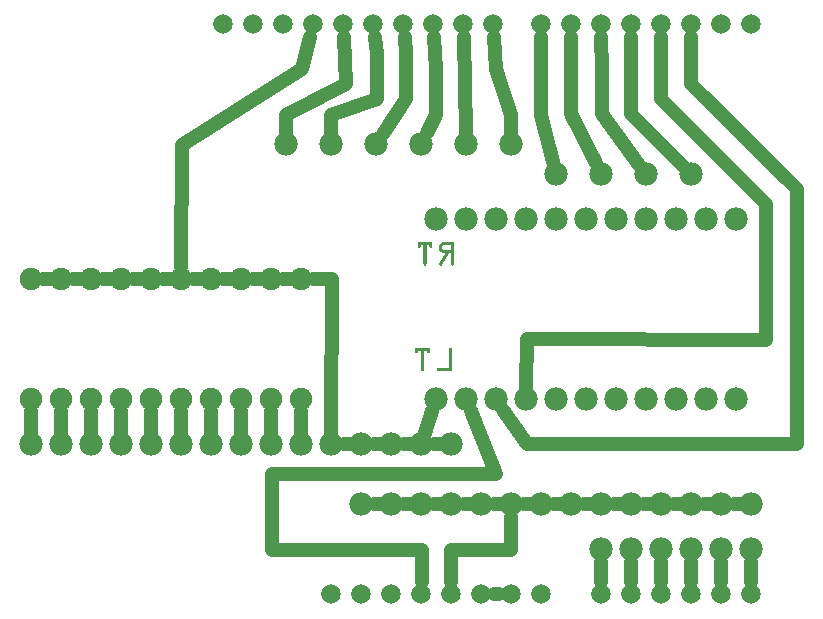
<source format=gbl>
G04 MADE WITH FRITZING*
G04 WWW.FRITZING.ORG*
G04 DOUBLE SIDED*
G04 HOLES PLATED*
G04 CONTOUR ON CENTER OF CONTOUR VECTOR*
%ASAXBY*%
%FSLAX23Y23*%
%MOIN*%
%OFA0B0*%
%SFA1.0B1.0*%
%ADD10C,0.075000*%
%ADD11C,0.078000*%
%ADD12C,0.065278*%
%ADD13C,0.048000*%
%ADD14R,0.001000X0.001000*%
%LNCOPPER0*%
G90*
G70*
G54D10*
X1009Y1154D03*
X1009Y754D03*
G54D11*
X959Y1604D03*
X2509Y254D03*
X2409Y254D03*
G54D10*
X609Y1154D03*
X609Y754D03*
X909Y1154D03*
X909Y754D03*
X809Y1154D03*
X809Y754D03*
X709Y1154D03*
X709Y754D03*
X509Y1154D03*
X509Y754D03*
X409Y1154D03*
X409Y754D03*
X309Y1154D03*
X309Y754D03*
X209Y1154D03*
X209Y754D03*
X109Y1154D03*
X109Y754D03*
G54D11*
X2309Y254D03*
X2209Y254D03*
X2109Y254D03*
X2009Y254D03*
X1109Y1604D03*
X1259Y1604D03*
X1409Y1604D03*
X1559Y1604D03*
X1709Y1604D03*
X1859Y1504D03*
X2009Y1504D03*
X2159Y1504D03*
X2309Y1504D03*
X109Y604D03*
X209Y604D03*
X309Y604D03*
X409Y604D03*
X509Y604D03*
X609Y604D03*
X709Y604D03*
X809Y604D03*
X909Y604D03*
X1009Y604D03*
X1109Y604D03*
X1209Y604D03*
X1309Y604D03*
X1409Y604D03*
X1509Y604D03*
X2509Y404D03*
X2409Y404D03*
X2309Y404D03*
X2209Y404D03*
X2109Y404D03*
X2009Y404D03*
X1909Y404D03*
X1809Y404D03*
X1709Y404D03*
X1609Y404D03*
X1509Y404D03*
X1409Y404D03*
X1309Y404D03*
X1209Y404D03*
X2459Y1354D03*
X2359Y1354D03*
X2259Y1354D03*
X2159Y1354D03*
X2059Y1354D03*
X1959Y1354D03*
X1859Y1354D03*
X1759Y1354D03*
X1659Y1354D03*
X1559Y1354D03*
X1459Y1354D03*
X1459Y754D03*
X1559Y754D03*
X1659Y754D03*
X1759Y754D03*
X1859Y754D03*
X1959Y754D03*
X2059Y754D03*
X2159Y754D03*
X2259Y754D03*
X2359Y754D03*
X2459Y754D03*
G54D12*
X2109Y104D03*
X2209Y104D03*
X2309Y104D03*
X2409Y104D03*
X2509Y104D03*
X1649Y2004D03*
X1549Y2004D03*
X1449Y2004D03*
X1349Y2004D03*
X1249Y2004D03*
X1149Y2004D03*
X1049Y2004D03*
X949Y2004D03*
X849Y2004D03*
X749Y2004D03*
X2509Y2004D03*
X2409Y2004D03*
X2309Y2004D03*
X2209Y2004D03*
X2109Y2004D03*
X2009Y2004D03*
X1909Y2004D03*
X1809Y2004D03*
X1209Y104D03*
X1109Y104D03*
X1309Y104D03*
X1409Y104D03*
X1509Y104D03*
X1609Y104D03*
X1709Y104D03*
X1809Y104D03*
X2009Y104D03*
G54D13*
X1468Y604D02*
X1451Y604D01*
D02*
X509Y714D02*
X509Y645D01*
D02*
X209Y714D02*
X209Y645D01*
D02*
X709Y714D02*
X709Y645D01*
D02*
X109Y645D02*
X109Y714D01*
D02*
X409Y714D02*
X409Y645D01*
D02*
X609Y714D02*
X609Y645D01*
D02*
X809Y714D02*
X809Y645D01*
D02*
X309Y714D02*
X309Y645D01*
D02*
X909Y714D02*
X909Y645D01*
D02*
X1410Y253D02*
X1410Y146D01*
D02*
X910Y253D02*
X1410Y253D01*
D02*
X910Y505D02*
X910Y253D01*
D02*
X1658Y505D02*
X910Y505D01*
D02*
X1575Y715D02*
X1658Y505D01*
D02*
X959Y1702D02*
X959Y1645D01*
D02*
X1158Y1804D02*
X959Y1702D01*
D02*
X1151Y1961D02*
X1158Y1804D01*
D02*
X611Y1602D02*
X1011Y1854D01*
D02*
X1011Y1854D02*
X1039Y1963D01*
D02*
X609Y1194D02*
X611Y1602D01*
D02*
X2409Y146D02*
X2409Y213D01*
D02*
X2509Y146D02*
X2509Y213D01*
D02*
X949Y1154D02*
X970Y1154D01*
D02*
X1009Y645D02*
X1009Y714D01*
D02*
X1110Y1155D02*
X1049Y1154D01*
D02*
X1109Y645D02*
X1110Y1155D01*
D02*
X1446Y715D02*
X1422Y643D01*
D02*
X1268Y604D02*
X1251Y604D01*
D02*
X1168Y604D02*
X1151Y604D01*
D02*
X1368Y604D02*
X1351Y604D01*
D02*
X1468Y404D02*
X1451Y404D01*
D02*
X1368Y404D02*
X1351Y404D01*
D02*
X1268Y404D02*
X1251Y404D01*
D02*
X2108Y1704D02*
X2109Y1961D01*
D02*
X2280Y1533D02*
X2108Y1704D01*
D02*
X2010Y1855D02*
X2009Y1961D01*
D02*
X2010Y1704D02*
X2010Y1855D01*
D02*
X2135Y1537D02*
X2010Y1704D01*
D02*
X1908Y1855D02*
X1909Y1961D01*
D02*
X1908Y1704D02*
X1908Y1855D01*
D02*
X1991Y1541D02*
X1908Y1704D01*
D02*
X1809Y1855D02*
X1809Y1961D01*
D02*
X1809Y1702D02*
X1809Y1855D01*
D02*
X1849Y1544D02*
X1809Y1702D01*
D02*
X1658Y1855D02*
X1652Y1961D01*
D02*
X1708Y1702D02*
X1658Y1855D01*
D02*
X1709Y1645D02*
X1708Y1702D01*
D02*
X1558Y1645D02*
X1550Y1961D01*
D02*
X1458Y1855D02*
X1452Y1961D01*
D02*
X1459Y1702D02*
X1458Y1855D01*
D02*
X1428Y1641D02*
X1459Y1702D01*
D02*
X1359Y1904D02*
X1354Y1962D01*
D02*
X1358Y1755D02*
X1359Y1904D01*
D02*
X1282Y1638D02*
X1358Y1755D01*
D02*
X1109Y1702D02*
X1109Y1645D01*
D02*
X1260Y1755D02*
X1109Y1702D01*
D02*
X1261Y1904D02*
X1260Y1755D01*
D02*
X1254Y1962D02*
X1261Y1904D01*
D02*
X1652Y104D02*
X1667Y104D01*
D02*
X1508Y253D02*
X1509Y146D01*
D02*
X1708Y253D02*
X1508Y253D01*
D02*
X1709Y363D02*
X1708Y253D01*
D02*
X2309Y213D02*
X2309Y146D01*
D02*
X2209Y213D02*
X2209Y146D01*
D02*
X149Y1154D02*
X170Y1154D01*
D02*
X249Y1154D02*
X270Y1154D01*
D02*
X349Y1154D02*
X370Y1154D01*
D02*
X449Y1154D02*
X470Y1154D01*
D02*
X549Y1154D02*
X570Y1154D01*
D02*
X649Y1154D02*
X670Y1154D01*
D02*
X749Y1154D02*
X770Y1154D01*
D02*
X849Y1154D02*
X870Y1154D01*
D02*
X1551Y404D02*
X1568Y404D01*
D02*
X1651Y404D02*
X1668Y404D01*
D02*
X1768Y404D02*
X1751Y404D01*
D02*
X1868Y404D02*
X1851Y404D01*
D02*
X1968Y404D02*
X1951Y404D01*
D02*
X2068Y404D02*
X2051Y404D01*
D02*
X2168Y404D02*
X2151Y404D01*
D02*
X2268Y404D02*
X2251Y404D01*
D02*
X2368Y404D02*
X2351Y404D01*
D02*
X2468Y404D02*
X2451Y404D01*
D02*
X2009Y146D02*
X2009Y213D01*
D02*
X2109Y146D02*
X2109Y213D01*
D02*
X2558Y953D02*
X2558Y1405D01*
D02*
X2558Y1405D02*
X2208Y1755D01*
D02*
X2208Y1755D02*
X2209Y1961D01*
D02*
X1760Y955D02*
X2558Y953D01*
D02*
X1759Y795D02*
X1760Y955D01*
D02*
X2660Y604D02*
X2660Y1454D01*
D02*
X2660Y1454D02*
X2308Y1805D01*
D02*
X2308Y1805D02*
X2309Y1961D01*
D02*
X1760Y604D02*
X2660Y604D01*
D02*
X1682Y720D02*
X1760Y604D01*
G54D14*
X1397Y1278D02*
X1445Y1278D01*
X1483Y1278D02*
X1517Y1278D01*
X1397Y1277D02*
X1445Y1277D01*
X1478Y1277D02*
X1518Y1277D01*
X1397Y1276D02*
X1445Y1276D01*
X1477Y1276D02*
X1518Y1276D01*
X1397Y1275D02*
X1445Y1275D01*
X1475Y1275D02*
X1518Y1275D01*
X1397Y1274D02*
X1445Y1274D01*
X1474Y1274D02*
X1518Y1274D01*
X1397Y1273D02*
X1445Y1273D01*
X1473Y1273D02*
X1518Y1273D01*
X1397Y1272D02*
X1445Y1272D01*
X1472Y1272D02*
X1518Y1272D01*
X1397Y1271D02*
X1445Y1271D01*
X1471Y1271D02*
X1518Y1271D01*
X1397Y1270D02*
X1445Y1270D01*
X1471Y1270D02*
X1518Y1270D01*
X1397Y1269D02*
X1445Y1269D01*
X1470Y1269D02*
X1518Y1269D01*
X1397Y1268D02*
X1445Y1268D01*
X1470Y1268D02*
X1518Y1268D01*
X1397Y1267D02*
X1406Y1267D01*
X1416Y1267D02*
X1426Y1267D01*
X1436Y1267D02*
X1445Y1267D01*
X1469Y1267D02*
X1480Y1267D01*
X1508Y1267D02*
X1518Y1267D01*
X1397Y1266D02*
X1406Y1266D01*
X1416Y1266D02*
X1426Y1266D01*
X1436Y1266D02*
X1445Y1266D01*
X1469Y1266D02*
X1479Y1266D01*
X1508Y1266D02*
X1518Y1266D01*
X1397Y1265D02*
X1406Y1265D01*
X1416Y1265D02*
X1426Y1265D01*
X1436Y1265D02*
X1445Y1265D01*
X1469Y1265D02*
X1478Y1265D01*
X1508Y1265D02*
X1518Y1265D01*
X1397Y1264D02*
X1406Y1264D01*
X1416Y1264D02*
X1426Y1264D01*
X1436Y1264D02*
X1445Y1264D01*
X1469Y1264D02*
X1478Y1264D01*
X1508Y1264D02*
X1518Y1264D01*
X1397Y1263D02*
X1405Y1263D01*
X1416Y1263D02*
X1426Y1263D01*
X1437Y1263D02*
X1445Y1263D01*
X1469Y1263D02*
X1478Y1263D01*
X1508Y1263D02*
X1518Y1263D01*
X1397Y1262D02*
X1405Y1262D01*
X1416Y1262D02*
X1426Y1262D01*
X1437Y1262D02*
X1445Y1262D01*
X1469Y1262D02*
X1478Y1262D01*
X1508Y1262D02*
X1518Y1262D01*
X1398Y1261D02*
X1404Y1261D01*
X1416Y1261D02*
X1426Y1261D01*
X1438Y1261D02*
X1444Y1261D01*
X1469Y1261D02*
X1478Y1261D01*
X1508Y1261D02*
X1518Y1261D01*
X1399Y1260D02*
X1403Y1260D01*
X1416Y1260D02*
X1426Y1260D01*
X1439Y1260D02*
X1442Y1260D01*
X1469Y1260D02*
X1478Y1260D01*
X1508Y1260D02*
X1518Y1260D01*
X1416Y1259D02*
X1426Y1259D01*
X1469Y1259D02*
X1478Y1259D01*
X1508Y1259D02*
X1518Y1259D01*
X1416Y1258D02*
X1426Y1258D01*
X1469Y1258D02*
X1478Y1258D01*
X1508Y1258D02*
X1518Y1258D01*
X1416Y1257D02*
X1426Y1257D01*
X1469Y1257D02*
X1478Y1257D01*
X1508Y1257D02*
X1518Y1257D01*
X1416Y1256D02*
X1426Y1256D01*
X1469Y1256D02*
X1478Y1256D01*
X1508Y1256D02*
X1518Y1256D01*
X1416Y1255D02*
X1426Y1255D01*
X1469Y1255D02*
X1479Y1255D01*
X1508Y1255D02*
X1518Y1255D01*
X1416Y1254D02*
X1426Y1254D01*
X1469Y1254D02*
X1480Y1254D01*
X1508Y1254D02*
X1518Y1254D01*
X1416Y1253D02*
X1426Y1253D01*
X1470Y1253D02*
X1481Y1253D01*
X1508Y1253D02*
X1518Y1253D01*
X1416Y1252D02*
X1426Y1252D01*
X1470Y1252D02*
X1518Y1252D01*
X1416Y1251D02*
X1426Y1251D01*
X1470Y1251D02*
X1518Y1251D01*
X1416Y1250D02*
X1426Y1250D01*
X1471Y1250D02*
X1518Y1250D01*
X1416Y1249D02*
X1426Y1249D01*
X1472Y1249D02*
X1518Y1249D01*
X1416Y1248D02*
X1426Y1248D01*
X1472Y1248D02*
X1518Y1248D01*
X1416Y1247D02*
X1426Y1247D01*
X1473Y1247D02*
X1518Y1247D01*
X1416Y1246D02*
X1426Y1246D01*
X1475Y1246D02*
X1518Y1246D01*
X1416Y1245D02*
X1426Y1245D01*
X1476Y1245D02*
X1518Y1245D01*
X1416Y1244D02*
X1426Y1244D01*
X1478Y1244D02*
X1518Y1244D01*
X1416Y1243D02*
X1426Y1243D01*
X1480Y1243D02*
X1518Y1243D01*
X1416Y1242D02*
X1426Y1242D01*
X1490Y1242D02*
X1500Y1242D01*
X1508Y1242D02*
X1518Y1242D01*
X1416Y1241D02*
X1426Y1241D01*
X1489Y1241D02*
X1500Y1241D01*
X1508Y1241D02*
X1518Y1241D01*
X1416Y1240D02*
X1426Y1240D01*
X1488Y1240D02*
X1499Y1240D01*
X1508Y1240D02*
X1518Y1240D01*
X1416Y1239D02*
X1426Y1239D01*
X1488Y1239D02*
X1499Y1239D01*
X1508Y1239D02*
X1518Y1239D01*
X1416Y1238D02*
X1426Y1238D01*
X1487Y1238D02*
X1498Y1238D01*
X1508Y1238D02*
X1518Y1238D01*
X1416Y1237D02*
X1426Y1237D01*
X1487Y1237D02*
X1497Y1237D01*
X1508Y1237D02*
X1518Y1237D01*
X1416Y1236D02*
X1426Y1236D01*
X1486Y1236D02*
X1497Y1236D01*
X1508Y1236D02*
X1518Y1236D01*
X1416Y1235D02*
X1426Y1235D01*
X1485Y1235D02*
X1496Y1235D01*
X1508Y1235D02*
X1518Y1235D01*
X1416Y1234D02*
X1426Y1234D01*
X1485Y1234D02*
X1496Y1234D01*
X1508Y1234D02*
X1518Y1234D01*
X1416Y1233D02*
X1426Y1233D01*
X1484Y1233D02*
X1495Y1233D01*
X1508Y1233D02*
X1518Y1233D01*
X1416Y1232D02*
X1426Y1232D01*
X1484Y1232D02*
X1494Y1232D01*
X1508Y1232D02*
X1518Y1232D01*
X1416Y1231D02*
X1426Y1231D01*
X1483Y1231D02*
X1494Y1231D01*
X1508Y1231D02*
X1518Y1231D01*
X1416Y1230D02*
X1426Y1230D01*
X1483Y1230D02*
X1493Y1230D01*
X1508Y1230D02*
X1518Y1230D01*
X1416Y1229D02*
X1426Y1229D01*
X1482Y1229D02*
X1493Y1229D01*
X1508Y1229D02*
X1518Y1229D01*
X1416Y1228D02*
X1426Y1228D01*
X1481Y1228D02*
X1492Y1228D01*
X1508Y1228D02*
X1518Y1228D01*
X1416Y1227D02*
X1426Y1227D01*
X1481Y1227D02*
X1492Y1227D01*
X1508Y1227D02*
X1518Y1227D01*
X1416Y1226D02*
X1426Y1226D01*
X1480Y1226D02*
X1491Y1226D01*
X1508Y1226D02*
X1518Y1226D01*
X1416Y1225D02*
X1426Y1225D01*
X1480Y1225D02*
X1490Y1225D01*
X1508Y1225D02*
X1518Y1225D01*
X1416Y1224D02*
X1426Y1224D01*
X1479Y1224D02*
X1490Y1224D01*
X1508Y1224D02*
X1518Y1224D01*
X1416Y1223D02*
X1426Y1223D01*
X1478Y1223D02*
X1489Y1223D01*
X1508Y1223D02*
X1518Y1223D01*
X1416Y1222D02*
X1426Y1222D01*
X1478Y1222D02*
X1489Y1222D01*
X1508Y1222D02*
X1518Y1222D01*
X1416Y1221D02*
X1426Y1221D01*
X1477Y1221D02*
X1488Y1221D01*
X1508Y1221D02*
X1518Y1221D01*
X1416Y1220D02*
X1426Y1220D01*
X1477Y1220D02*
X1487Y1220D01*
X1508Y1220D02*
X1518Y1220D01*
X1416Y1219D02*
X1426Y1219D01*
X1476Y1219D02*
X1487Y1219D01*
X1508Y1219D02*
X1518Y1219D01*
X1416Y1218D02*
X1426Y1218D01*
X1476Y1218D02*
X1486Y1218D01*
X1508Y1218D02*
X1518Y1218D01*
X1416Y1217D02*
X1426Y1217D01*
X1475Y1217D02*
X1486Y1217D01*
X1508Y1217D02*
X1518Y1217D01*
X1416Y1216D02*
X1426Y1216D01*
X1474Y1216D02*
X1485Y1216D01*
X1508Y1216D02*
X1518Y1216D01*
X1416Y1215D02*
X1426Y1215D01*
X1474Y1215D02*
X1485Y1215D01*
X1508Y1215D02*
X1518Y1215D01*
X1416Y1214D02*
X1426Y1214D01*
X1473Y1214D02*
X1484Y1214D01*
X1508Y1214D02*
X1518Y1214D01*
X1416Y1213D02*
X1426Y1213D01*
X1473Y1213D02*
X1483Y1213D01*
X1508Y1213D02*
X1518Y1213D01*
X1416Y1212D02*
X1426Y1212D01*
X1472Y1212D02*
X1483Y1212D01*
X1508Y1212D02*
X1518Y1212D01*
X1416Y1211D02*
X1426Y1211D01*
X1471Y1211D02*
X1482Y1211D01*
X1508Y1211D02*
X1518Y1211D01*
X1416Y1210D02*
X1426Y1210D01*
X1471Y1210D02*
X1482Y1210D01*
X1508Y1210D02*
X1518Y1210D01*
X1416Y1209D02*
X1426Y1209D01*
X1470Y1209D02*
X1481Y1209D01*
X1508Y1209D02*
X1518Y1209D01*
X1416Y1208D02*
X1426Y1208D01*
X1470Y1208D02*
X1480Y1208D01*
X1508Y1208D02*
X1518Y1208D01*
X1416Y1207D02*
X1426Y1207D01*
X1469Y1207D02*
X1480Y1207D01*
X1508Y1207D02*
X1518Y1207D01*
X1416Y1206D02*
X1426Y1206D01*
X1469Y1206D02*
X1479Y1206D01*
X1508Y1206D02*
X1518Y1206D01*
X1416Y1205D02*
X1425Y1205D01*
X1469Y1205D02*
X1479Y1205D01*
X1509Y1205D02*
X1518Y1205D01*
X1417Y1204D02*
X1425Y1204D01*
X1469Y1204D02*
X1478Y1204D01*
X1509Y1204D02*
X1517Y1204D01*
X1417Y1203D02*
X1425Y1203D01*
X1469Y1203D02*
X1478Y1203D01*
X1509Y1203D02*
X1517Y1203D01*
X1418Y1202D02*
X1424Y1202D01*
X1470Y1202D02*
X1477Y1202D01*
X1510Y1202D02*
X1516Y1202D01*
X1419Y1201D02*
X1423Y1201D01*
X1471Y1201D02*
X1476Y1201D01*
X1511Y1201D02*
X1515Y1201D01*
X1389Y926D02*
X1438Y926D01*
X1504Y926D02*
X1508Y926D01*
X1389Y925D02*
X1438Y925D01*
X1503Y925D02*
X1509Y925D01*
X1389Y924D02*
X1438Y924D01*
X1502Y924D02*
X1510Y924D01*
X1389Y923D02*
X1438Y923D01*
X1502Y923D02*
X1510Y923D01*
X1389Y922D02*
X1438Y922D01*
X1501Y922D02*
X1510Y922D01*
X1389Y921D02*
X1438Y921D01*
X1501Y921D02*
X1510Y921D01*
X1389Y920D02*
X1438Y920D01*
X1501Y920D02*
X1510Y920D01*
X1389Y919D02*
X1438Y919D01*
X1501Y919D02*
X1510Y919D01*
X1389Y918D02*
X1438Y918D01*
X1501Y918D02*
X1510Y918D01*
X1389Y917D02*
X1438Y917D01*
X1501Y917D02*
X1510Y917D01*
X1389Y916D02*
X1399Y916D01*
X1409Y916D02*
X1418Y916D01*
X1429Y916D02*
X1438Y916D01*
X1501Y916D02*
X1510Y916D01*
X1389Y915D02*
X1399Y915D01*
X1409Y915D02*
X1418Y915D01*
X1429Y915D02*
X1438Y915D01*
X1501Y915D02*
X1510Y915D01*
X1389Y914D02*
X1399Y914D01*
X1409Y914D02*
X1418Y914D01*
X1429Y914D02*
X1438Y914D01*
X1501Y914D02*
X1510Y914D01*
X1390Y913D02*
X1398Y913D01*
X1409Y913D02*
X1418Y913D01*
X1429Y913D02*
X1438Y913D01*
X1501Y913D02*
X1510Y913D01*
X1390Y912D02*
X1398Y912D01*
X1409Y912D02*
X1418Y912D01*
X1429Y912D02*
X1438Y912D01*
X1501Y912D02*
X1510Y912D01*
X1390Y911D02*
X1398Y911D01*
X1409Y911D02*
X1418Y911D01*
X1430Y911D02*
X1438Y911D01*
X1501Y911D02*
X1510Y911D01*
X1391Y910D02*
X1397Y910D01*
X1409Y910D02*
X1418Y910D01*
X1431Y910D02*
X1437Y910D01*
X1501Y910D02*
X1510Y910D01*
X1392Y909D02*
X1396Y909D01*
X1409Y909D02*
X1418Y909D01*
X1432Y909D02*
X1436Y909D01*
X1501Y909D02*
X1510Y909D01*
X1409Y908D02*
X1418Y908D01*
X1501Y908D02*
X1510Y908D01*
X1409Y907D02*
X1418Y907D01*
X1501Y907D02*
X1510Y907D01*
X1409Y906D02*
X1418Y906D01*
X1501Y906D02*
X1510Y906D01*
X1409Y905D02*
X1418Y905D01*
X1501Y905D02*
X1510Y905D01*
X1409Y904D02*
X1418Y904D01*
X1501Y904D02*
X1510Y904D01*
X1409Y903D02*
X1418Y903D01*
X1501Y903D02*
X1510Y903D01*
X1409Y902D02*
X1418Y902D01*
X1501Y902D02*
X1510Y902D01*
X1409Y901D02*
X1418Y901D01*
X1501Y901D02*
X1510Y901D01*
X1409Y900D02*
X1418Y900D01*
X1501Y900D02*
X1510Y900D01*
X1409Y899D02*
X1418Y899D01*
X1501Y899D02*
X1510Y899D01*
X1409Y898D02*
X1418Y898D01*
X1501Y898D02*
X1510Y898D01*
X1409Y897D02*
X1418Y897D01*
X1501Y897D02*
X1510Y897D01*
X1409Y896D02*
X1418Y896D01*
X1501Y896D02*
X1510Y896D01*
X1409Y895D02*
X1418Y895D01*
X1501Y895D02*
X1510Y895D01*
X1409Y894D02*
X1418Y894D01*
X1501Y894D02*
X1510Y894D01*
X1409Y893D02*
X1418Y893D01*
X1501Y893D02*
X1510Y893D01*
X1409Y892D02*
X1418Y892D01*
X1501Y892D02*
X1510Y892D01*
X1409Y891D02*
X1418Y891D01*
X1501Y891D02*
X1510Y891D01*
X1409Y890D02*
X1418Y890D01*
X1501Y890D02*
X1510Y890D01*
X1409Y889D02*
X1418Y889D01*
X1501Y889D02*
X1510Y889D01*
X1409Y888D02*
X1418Y888D01*
X1501Y888D02*
X1510Y888D01*
X1409Y887D02*
X1418Y887D01*
X1501Y887D02*
X1510Y887D01*
X1409Y886D02*
X1418Y886D01*
X1501Y886D02*
X1510Y886D01*
X1409Y885D02*
X1418Y885D01*
X1501Y885D02*
X1510Y885D01*
X1409Y884D02*
X1418Y884D01*
X1501Y884D02*
X1510Y884D01*
X1409Y883D02*
X1418Y883D01*
X1501Y883D02*
X1510Y883D01*
X1409Y882D02*
X1418Y882D01*
X1501Y882D02*
X1510Y882D01*
X1409Y881D02*
X1418Y881D01*
X1501Y881D02*
X1510Y881D01*
X1409Y880D02*
X1418Y880D01*
X1501Y880D02*
X1510Y880D01*
X1409Y879D02*
X1418Y879D01*
X1501Y879D02*
X1510Y879D01*
X1409Y878D02*
X1418Y878D01*
X1501Y878D02*
X1510Y878D01*
X1409Y877D02*
X1418Y877D01*
X1501Y877D02*
X1510Y877D01*
X1409Y876D02*
X1418Y876D01*
X1501Y876D02*
X1510Y876D01*
X1409Y875D02*
X1418Y875D01*
X1501Y875D02*
X1510Y875D01*
X1409Y874D02*
X1418Y874D01*
X1501Y874D02*
X1510Y874D01*
X1409Y873D02*
X1418Y873D01*
X1501Y873D02*
X1510Y873D01*
X1409Y872D02*
X1418Y872D01*
X1501Y872D02*
X1510Y872D01*
X1409Y871D02*
X1418Y871D01*
X1501Y871D02*
X1510Y871D01*
X1409Y870D02*
X1418Y870D01*
X1501Y870D02*
X1510Y870D01*
X1409Y869D02*
X1418Y869D01*
X1501Y869D02*
X1510Y869D01*
X1409Y868D02*
X1418Y868D01*
X1501Y868D02*
X1510Y868D01*
X1409Y867D02*
X1418Y867D01*
X1501Y867D02*
X1510Y867D01*
X1409Y866D02*
X1418Y866D01*
X1501Y866D02*
X1510Y866D01*
X1409Y865D02*
X1418Y865D01*
X1501Y865D02*
X1510Y865D01*
X1409Y864D02*
X1418Y864D01*
X1501Y864D02*
X1510Y864D01*
X1409Y863D02*
X1418Y863D01*
X1501Y863D02*
X1510Y863D01*
X1409Y862D02*
X1418Y862D01*
X1501Y862D02*
X1510Y862D01*
X1409Y861D02*
X1418Y861D01*
X1501Y861D02*
X1510Y861D01*
X1409Y860D02*
X1418Y860D01*
X1501Y860D02*
X1510Y860D01*
X1409Y859D02*
X1418Y859D01*
X1467Y859D02*
X1510Y859D01*
X1409Y858D02*
X1418Y858D01*
X1464Y858D02*
X1510Y858D01*
X1409Y857D02*
X1418Y857D01*
X1463Y857D02*
X1510Y857D01*
X1409Y856D02*
X1418Y856D01*
X1462Y856D02*
X1510Y856D01*
X1409Y855D02*
X1418Y855D01*
X1462Y855D02*
X1510Y855D01*
X1409Y854D02*
X1418Y854D01*
X1462Y854D02*
X1510Y854D01*
X1410Y853D02*
X1418Y853D01*
X1462Y853D02*
X1510Y853D01*
X1410Y852D02*
X1418Y852D01*
X1462Y852D02*
X1510Y852D01*
X1410Y851D02*
X1417Y851D01*
X1463Y851D02*
X1510Y851D01*
X1411Y850D02*
X1416Y850D01*
X1464Y850D02*
X1510Y850D01*
X1414Y849D02*
X1414Y849D01*
X1466Y849D02*
X1510Y849D01*
D02*
G04 End of Copper0*
M02*
</source>
